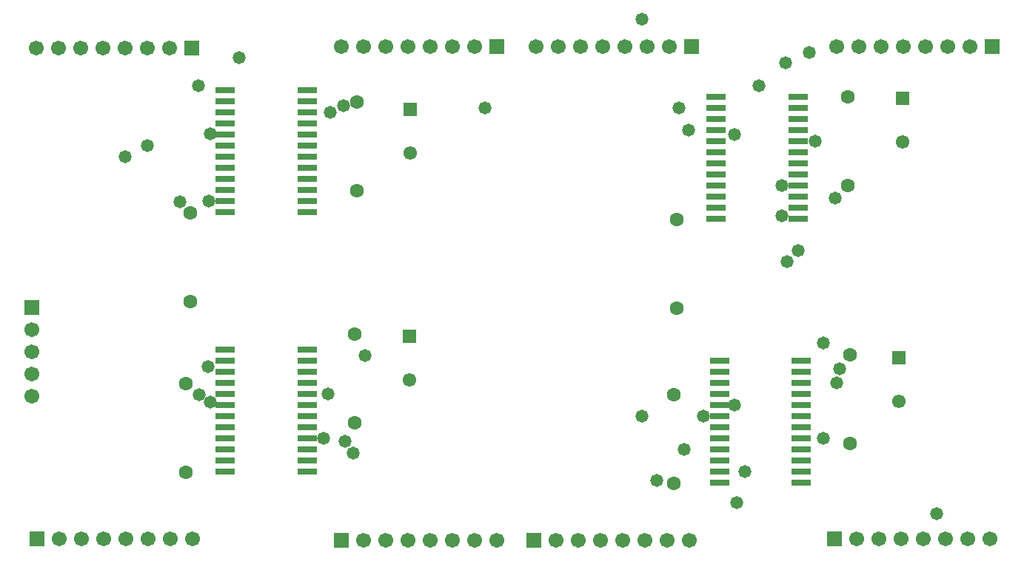
<source format=gts>
G04*
G04 #@! TF.GenerationSoftware,Altium Limited,Altium Designer,20.0.14 (345)*
G04*
G04 Layer_Color=8388736*
%FSLAX23Y23*%
%MOIN*%
G70*
G01*
G75*
%ADD14R,0.086X0.029*%
%ADD15C,0.061*%
%ADD16R,0.061X0.061*%
%ADD17R,0.067X0.067*%
%ADD18C,0.067*%
%ADD19C,0.063*%
%ADD20R,0.067X0.067*%
%ADD21C,0.058*%
D14*
X4186Y4545D02*
D03*
Y4495D02*
D03*
Y4445D02*
D03*
Y4395D02*
D03*
Y4345D02*
D03*
Y4295D02*
D03*
Y4245D02*
D03*
Y4195D02*
D03*
Y4145D02*
D03*
Y4095D02*
D03*
Y4045D02*
D03*
Y3995D02*
D03*
X4555D02*
D03*
Y4045D02*
D03*
Y4095D02*
D03*
Y4145D02*
D03*
Y4195D02*
D03*
Y4245D02*
D03*
Y4295D02*
D03*
Y4345D02*
D03*
Y4395D02*
D03*
Y4445D02*
D03*
Y4495D02*
D03*
Y4545D02*
D03*
X4201Y3355D02*
D03*
Y3305D02*
D03*
Y3255D02*
D03*
Y3205D02*
D03*
Y3155D02*
D03*
Y3105D02*
D03*
Y3055D02*
D03*
Y3005D02*
D03*
Y2955D02*
D03*
Y2905D02*
D03*
Y2855D02*
D03*
Y2805D02*
D03*
X4570D02*
D03*
Y2855D02*
D03*
Y2905D02*
D03*
Y2955D02*
D03*
Y3005D02*
D03*
Y3055D02*
D03*
Y3105D02*
D03*
Y3155D02*
D03*
Y3205D02*
D03*
Y3255D02*
D03*
Y3305D02*
D03*
Y3355D02*
D03*
X1976Y3405D02*
D03*
Y3355D02*
D03*
Y3305D02*
D03*
Y3255D02*
D03*
Y3205D02*
D03*
Y3155D02*
D03*
Y3105D02*
D03*
Y3055D02*
D03*
Y3005D02*
D03*
Y2955D02*
D03*
Y2905D02*
D03*
Y2855D02*
D03*
X2345D02*
D03*
Y2905D02*
D03*
Y2955D02*
D03*
Y3005D02*
D03*
Y3055D02*
D03*
Y3105D02*
D03*
Y3155D02*
D03*
Y3205D02*
D03*
Y3255D02*
D03*
Y3305D02*
D03*
Y3355D02*
D03*
Y3405D02*
D03*
X1975Y4575D02*
D03*
Y4525D02*
D03*
Y4475D02*
D03*
Y4425D02*
D03*
Y4375D02*
D03*
Y4325D02*
D03*
Y4275D02*
D03*
Y4225D02*
D03*
Y4175D02*
D03*
Y4125D02*
D03*
Y4075D02*
D03*
Y4025D02*
D03*
X2344D02*
D03*
Y4075D02*
D03*
Y4125D02*
D03*
Y4175D02*
D03*
Y4225D02*
D03*
Y4275D02*
D03*
Y4325D02*
D03*
Y4375D02*
D03*
Y4425D02*
D03*
Y4475D02*
D03*
Y4525D02*
D03*
Y4575D02*
D03*
D15*
X5025Y4342D02*
D03*
X2810Y4292D02*
D03*
X5010Y3170D02*
D03*
X2805Y3267D02*
D03*
D16*
X5025Y4538D02*
D03*
X2810Y4488D02*
D03*
X5010Y3367D02*
D03*
X2805Y3463D02*
D03*
D17*
X5430Y4770D02*
D03*
X4075D02*
D03*
X4720Y2550D02*
D03*
X3365Y2545D02*
D03*
X2500D02*
D03*
X1130Y2550D02*
D03*
X3200Y4770D02*
D03*
X1825Y4765D02*
D03*
D18*
X5330Y4770D02*
D03*
X5230D02*
D03*
X5130D02*
D03*
X5030D02*
D03*
X4930D02*
D03*
X4830D02*
D03*
X4730D02*
D03*
X3975D02*
D03*
X3875D02*
D03*
X3775D02*
D03*
X3675D02*
D03*
X3575D02*
D03*
X3475D02*
D03*
X3375D02*
D03*
X1105Y3195D02*
D03*
Y3295D02*
D03*
Y3395D02*
D03*
Y3495D02*
D03*
X4820Y2550D02*
D03*
X4920D02*
D03*
X5020D02*
D03*
X5120D02*
D03*
X5220D02*
D03*
X5320D02*
D03*
X5420D02*
D03*
X3465Y2545D02*
D03*
X3565D02*
D03*
X3665D02*
D03*
X3765D02*
D03*
X3865D02*
D03*
X3965D02*
D03*
X4065D02*
D03*
X2600D02*
D03*
X2700D02*
D03*
X2800D02*
D03*
X2900D02*
D03*
X3000D02*
D03*
X3100D02*
D03*
X3200D02*
D03*
X1230Y2550D02*
D03*
X1330D02*
D03*
X1430D02*
D03*
X1530D02*
D03*
X1630D02*
D03*
X1730D02*
D03*
X1830D02*
D03*
X3100Y4770D02*
D03*
X3000D02*
D03*
X2900D02*
D03*
X2800D02*
D03*
X2700D02*
D03*
X2600D02*
D03*
X2500D02*
D03*
X1725Y4765D02*
D03*
X1625D02*
D03*
X1525D02*
D03*
X1425D02*
D03*
X1325D02*
D03*
X1225D02*
D03*
X1125D02*
D03*
D19*
X4780Y4545D02*
D03*
Y4145D02*
D03*
X2570Y4520D02*
D03*
Y4120D02*
D03*
X4010Y3590D02*
D03*
Y3990D02*
D03*
X1820Y3620D02*
D03*
Y4020D02*
D03*
X4790Y3380D02*
D03*
Y2980D02*
D03*
X2560Y3475D02*
D03*
Y3075D02*
D03*
X3995Y3200D02*
D03*
Y2800D02*
D03*
X1800Y3250D02*
D03*
Y2850D02*
D03*
D20*
X1105Y3595D02*
D03*
D21*
X1908Y4378D02*
D03*
X1625Y4325D02*
D03*
X1525Y4275D02*
D03*
X5178Y2664D02*
D03*
X4555Y3850D02*
D03*
X4506Y3801D02*
D03*
X4481Y4145D02*
D03*
X2447Y4475D02*
D03*
X2507Y4503D02*
D03*
X4267Y4373D02*
D03*
X4377Y4595D02*
D03*
X3851Y4894D02*
D03*
X4498Y4698D02*
D03*
X4604Y4745D02*
D03*
X4729Y3255D02*
D03*
X4742Y3318D02*
D03*
X4667Y3005D02*
D03*
X4278Y2714D02*
D03*
X4268Y3155D02*
D03*
X2439Y3205D02*
D03*
X2419Y3005D02*
D03*
X2553Y2938D02*
D03*
X1900Y3327D02*
D03*
X1909Y3167D02*
D03*
X4043Y2955D02*
D03*
X1902Y4075D02*
D03*
X2515Y2992D02*
D03*
X2606Y3377D02*
D03*
X4127Y3105D02*
D03*
X3920Y2813D02*
D03*
X3853Y3105D02*
D03*
X4316Y2856D02*
D03*
X4020Y4496D02*
D03*
X3145D02*
D03*
X1854Y4594D02*
D03*
X1771Y4070D02*
D03*
X4723Y4089D02*
D03*
X4481Y4007D02*
D03*
X4669Y3433D02*
D03*
X4632Y4345D02*
D03*
X4061Y4395D02*
D03*
X2040Y4722D02*
D03*
X1860Y3202D02*
D03*
M02*

</source>
